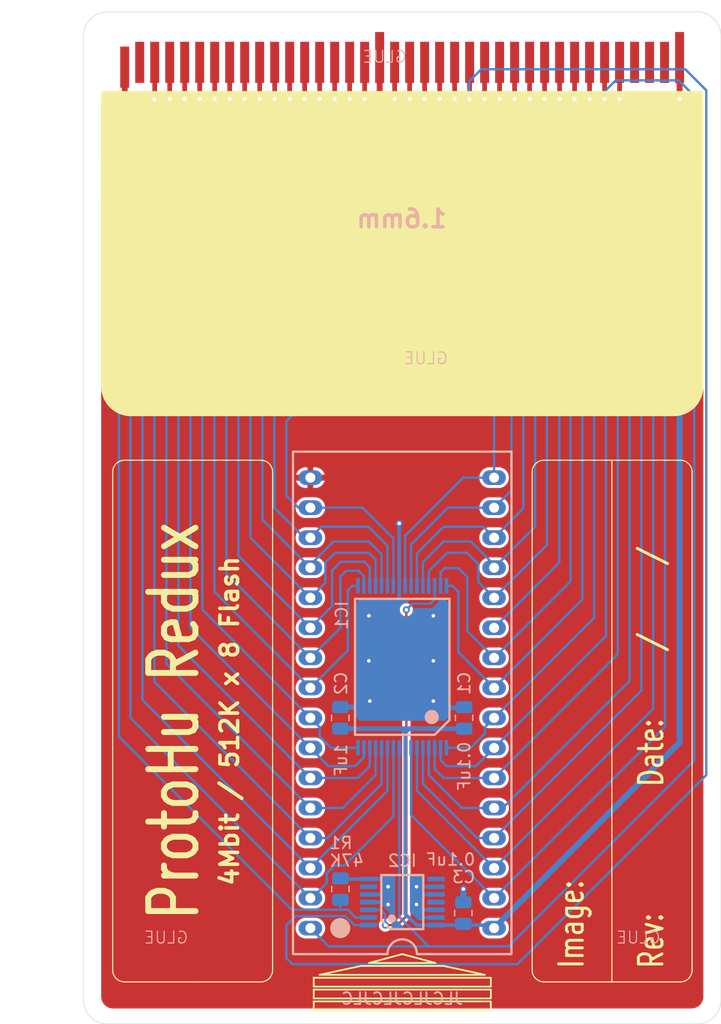
<source format=kicad_pcb>
(kicad_pcb (version 20221018) (generator pcbnew)
  (layers (0 "F.Cu" signal) (31 "B.Cu" signal) (34 "B.Paste" user) (35 "F.Paste" user) (36 "B.SilkS" user "B.Silkscreen") (37 "F.SilkS" user "F.Silkscreen") (38 "B.Mask" user) (39 "F.Mask" user) (44 "Edge.Cuts" user))
  (net 0 "")
  (net 1 "GND")
  (net 2 "VCC")
  (net 3 "Net-(IC1-A11)")
  (net 4 "Net-(IC1-A9)")
  (net 5 "Net-(IC1-A8)")
  (net 6 "Net-(IC1-A13)")
  (net 7 "Net-(IC1-A14)")
  (net 8 "Net-(IC1-A17)")
  (net 9 "Net-(IC1-~{WE})")
  (net 10 "Net-(IC1-A18)")
  (net 11 "Net-(IC1-A16)")
  (net 12 "Net-(IC1-A15)")
  (net 13 "Net-(IC1-A12)")
  (net 14 "Net-(IC1-A7)")
  (net 15 "Net-(IC1-A6)")
  (net 16 "Net-(IC1-A5)")
  (net 17 "Net-(IC1-A4)")
  (net 18 "Net-(IC1-A3)")
  (net 19 "Net-(IC1-A2)")
  (net 20 "Net-(IC1-A1)")
  (net 21 "Net-(IC1-A0)")
  (net 22 "Net-(IC1-DQ0)")
  (net 23 "Net-(IC1-DQ1)")
  (net 24 "Net-(IC1-DQ2)")
  (net 25 "Net-(IC1-DQ3)")
  (net 26 "Net-(IC1-DQ4)")
  (net 27 "Net-(IC1-DQ5)")
  (net 28 "Net-(IC1-DQ6)")
  (net 29 "Net-(IC1-DQ7)")
  (net 30 "FLASH_CE")
  (net 31 "Net-(IC1-A10)")
  (net 32 "Net-(IC1-~{OE})")
  (net 34 "A19")
  (net 35 "A20")
  (footprint "ProtoHu_revA_layer1:HUCARD-EDGE" (layer "F.Cu") (at 121.5136 62.2046)
    (fp_text reference "J1" hide)
    (fp_text value "HUCARD-EDGE")
  )
  (footprint "Resistor_SMD:R_0805_2012Metric" (layer "B.Cu") (at 143.256 136.398 90)
    (fp_text reference "R1")
    (fp_text value "47K")
  )
  (footprint "Resistor_SMD:R_0805_2012Metric" (layer "B.Cu") (at 153.67 138.43 90)
    (fp_text reference "C3")
    (fp_text value "0.1uF")
  )
  (footprint "Resistor_SMD:R_0805_2012Metric" (layer "B.Cu") (at 143.25 121.92 -90)
    (fp_text reference "C2")
    (fp_text value "1uF")
  )
  (footprint "ProtoHu_revA_layer1:SOP50P1400X120-32N" (layer "B.Cu") (at 148.495 117.6 90)
    (fp_text reference "IC1")
    (fp_text value "SST39SF040-45-4C-WHE-T")
  )
  (footprint "Resistor_SMD:R_0805_2012Metric" (layer "B.Cu") (at 153.7324 121.92 -90)
    (fp_text reference "C1")
    (fp_text value "0.1uF")
  )
  (footprint "ProtoHu_revA_layer1:DIP1556W56P254L4191H508Q32N" (layer "B.Cu") (at 148.495 120.65)
    (fp_text reference "J2" hide)
    (fp_text value "SST39SF040-70-4C-PHE")
  )
  (footprint "ProtoHu_revA_layer1:TSSOP-14_4.4x5mm_P0.65mm" (layer "B.Cu") (at 148.5 137.5)
    (fp_text reference "IC2")
    (fp_text value "74HC32")
  )
  (gr_rect (start 141 144.9) (end 156 145.65) (stroke (width 0.15)) (fill none) (layer "F.SilkS"))
  (gr_line (start 166.25 144.25) (end 172 144.25) (stroke (width 0.1)) (layer "F.SilkS"))
  (gr_line (start 159.5 143.25) (end 159.5 101.125) (stroke (width 0.1)) (layer "F.SilkS"))
  (gr_line (start 124.975 100.125) (end 130.725 100.125) (stroke (width 0.1)) (layer "F.SilkS"))
  (gr_arc (start 124.975 144.25) (mid 124.267893 143.957107) (end 123.975 143.25) (stroke (width 0.1)) (layer "F.SilkS"))
  (gr_arc (start 160.5 144.25) (mid 159.792893 143.957107) (end 159.5 143.25) (stroke (width 0.1)) (layer "F.SilkS"))
  (gr_rect (start 141 143.9) (end 156 144.65) (stroke (width 0.15)) (fill none) (layer "F.SilkS"))
  (gr_line (start 136.475 100.125) (end 130.725 100.125) (stroke (width 0.1)) (layer "F.SilkS"))
  (gr_rect (start 141 145.9) (end 156 146.65) (stroke (width 0.15)) (fill none) (layer "F.SilkS"))
  (gr_arc (start 137.517893 143.25) (mid 137.224997 143.957102) (end 136.517893 144.25) (stroke (width 0.1)) (layer "F.SilkS"))
  (gr_line (start 166.25 100.125) (end 166.25 144.25) (stroke (width 0.1)) (layer "F.SilkS"))
  (gr_arc (start 123.975 101.125) (mid 124.267893 100.417893) (end 124.975 100.125) (stroke (width 0.1)) (layer "F.SilkS"))
  (gr_poly (pts (xy 155.5 143.65) (xy 141.5 143.65) (xy 144.999999 142.9) (xy 152.000001 142.9)) (stroke (width 0.15)) (fill none) (layer "F.SilkS"))
  (gr_line (start 172 100.125) (end 166.25 100.125) (stroke (width 0.1)) (layer "F.SilkS"))
  (gr_arc (start 136.517893 100.125) (mid 137.224997 100.417894) (end 137.517893 101.125) (stroke (width 0.1)) (layer "F.SilkS"))
  (gr_arc (start 173.042893 143.25) (mid 172.75 143.957107) (end 172.042893 144.25) (stroke (width 0.1)) (layer "F.SilkS"))
  (gr_line (start 173.042893 143.25) (end 173.042893 101.125) (stroke (width 0.1)) (layer "F.SilkS"))
  (gr_line (start 160.5 100.125) (end 166.25 100.125) (stroke (width 0.1)) (layer "F.SilkS"))
  (gr_line (start 137.517893 143.25) (end 137.517893 101.125) (stroke (width 0.1)) (layer "F.SilkS"))
  (gr_arc (start 159.5 101.125) (mid 159.792893 100.417893) (end 160.5 100.125) (stroke (width 0.1)) (layer "F.SilkS"))
  (gr_arc (start 172.042893 100.125) (mid 172.75 100.417893) (end 173.042893 101.125) (stroke (width 0.1)) (layer "F.SilkS"))
  (gr_line (start 166.25 144.25) (end 160.5 144.25) (stroke (width 0.1)) (layer "F.SilkS"))
  (gr_line (start 130.725 144.25) (end 124.975 144.25) (stroke (width 0.1)) (layer "F.SilkS"))
  (gr_line (start 123.975 143.25) (end 123.975 101.125) (stroke (width 0.1)) (layer "F.SilkS"))
  (gr_poly (pts (xy 145.687501 142.65) (xy 151.312499 142.65) (xy 148.5 141.9)) (stroke (width 0.15)) (fill none) (layer "F.SilkS"))
  (gr_line (start 130.725 144.25) (end 136.475 144.25) (stroke (width 0.1)) (layer "F.SilkS"))
  (gr_line (start 175.4886 145.8026) (end 175.4886 64.2046) (stroke (width 0.05)) (layer "Edge.Cuts"))
  (gr_arc (start 123.5136 147.8026) (mid 122.099386 147.216814) (end 121.5136 145.8026) (stroke (width 0.05)) (layer "Edge.Cuts"))
  (gr_arc (start 121.5136 64.2046) (mid 122.099386 62.790386) (end 123.5136 62.2046) (stroke (width 0.05)) (layer "Edge.Cuts"))
  (gr_arc (start 175.4886 145.8026) (mid 174.902814 147.216814) (end 173.4886 147.8026) (stroke (width 0.05)) (layer "Edge.Cuts"))
  (gr_line (start 123.5136 147.8026) (end 173.4886 147.8026) (stroke (width 0.05)) (layer "Edge.Cuts"))
  (gr_line (start 121.5136 64.2046) (end 121.5136 145.8026) (stroke (width 0.05)) (layer "Edge.Cuts"))
  (gr_arc (start 173.4886 62.2046) (mid 174.902814 62.790386) (end 175.4886 64.2046) (stroke (width 0.05)) (layer "Edge.Cuts"))
  (gr_line (start 173.4886 62.2046) (end 123.5136 62.2046) (stroke (width 0.05)) (layer "Edge.Cuts"))
  (gr_text "GLUE" (at 147 66) (layer "B.SilkS") (effects (font (size 1 1) (thickness 0.1)) (justify mirror)))
  (gr_text "GLUE" (at 168.5 140.5) (layer "B.SilkS") (effects (font (size 1 1) (thickness 0.1)) (justify mirror)))
  (gr_text "GLUE" (at 150.5 91.5) (layer "B.SilkS") (effects (font (size 1 1) (thickness 0.1)) (justify mirror)))
  (gr_text "JLCJLCJLCJLC" (at 148.495 146.25) (layer "B.SilkS") (effects (font (size 1 1)) (justify bottom mirror)))
  (gr_text "GLUE" (at 128.5 140.5) (layer "B.SilkS") (effects (font (size 1 1) (thickness 0.1)) (justify mirror)))
  (gr_text "1.6mm" (at 148.45 79.7) (layer "B.SilkS") (effects (font (size 1.5 1.5) (thickness 0.3) bold) (justify mirror)))
  (gr_text "ProtoHu Redux" (at 131.5 122.1875 90) (layer "F.SilkS") (effects (font (size 4 3) (thickness 0.5) bold) (justify bottom)))
  (gr_text "Date:     /     /" (at 170.75 127.889 90) (layer "F.SilkS") (effects (font (size 2 1.5) (thickness 0.25) bold) (justify left bottom)))
  (gr_text "Rev:" (at 170.75 143.256 90) (layer "F.SilkS") (effects (font (size 2 1.5) (thickness 0.25) bold) (justify left bottom)))
  (gr_text "4Mbit / 512K x 8 Flash" (at 134.75 122.1875 90) (layer "F.SilkS") (effects (font (size 1.5 1.5) (thickness 0.3) bold) (justify bottom)))
  (gr_text "Image:" (at 164 143.25 90) (layer "F.SilkS") (effects (font (size 2 1.5) (thickness 0.25) bold) (justify left bottom)))
  (segment (start 144.018 101.6) (end 140.716 101.6) (width 0.5) (layer "F.Cu") (net 1))
  (segment (start 146.5834 99.0346) (end 144.018 101.6) (width 0.5) (layer "F.Cu") (net 1))
  (segment (start 124.9934 90.7934) (end 124.9934 66.8782) (width 0.5) (layer "F.Cu") (net 1))
  (segment (start 135.8 101.6) (end 124.9934 90.7934) (width 0.5) (layer "F.Cu") (net 1))
  (segment (start 146.5834 66.0654) (end 146.5834 99.0346) (width 0.5) (layer "F.Cu") (net 1))
  (segment (start 140.716 101.6) (end 135.8 101.6) (width 0.5) (layer "F.Cu") (net 1))
  (via (at 149.7 136.2) (size 0.6) (drill 0.3) (layers "F.Cu" "B.Cu") (net 1))
  (via (at 151.13 120.5) (size 0.6) (drill 0.3) (layers "F.Cu" "B.Cu") (net 1))
  (via (at 147.3 136.2) (size 0.6) (drill 0.3) (layers "F.Cu" "B.Cu") (net 1))
  (via (at 145.75 120.5) (size 0.6) (drill 0.3) (layers "F.Cu" "B.Cu") (net 1))
  (via (at 153.67 136.398) (size 0.6) (drill 0.3) (layers "F.Cu" "B.Cu") (net 1))
  (via (at 149.7 137.7) (size 0.6) (drill 0.3) (layers "F.Cu" "B.Cu") (net 1))
  (via (at 148.24 105.4706) (size 0.6) (drill 0.3) (layers "F.Cu" "B.Cu") (net 1))
  (via (at 151.13 117.094) (size 0.6) (drill 0.3) (layers "F.Cu" "B.Cu") (net 1))
  (via (at 151.13 113.284) (size 0.6) (drill 0.3) (layers "F.Cu" "B.Cu") (net 1))
  (via (at 145.669 117.094) (size 0.6) (drill 0.3) (layers "F.Cu" "B.Cu") (net 1))
  (via (at 147.3 137.7) (size 0.6) (drill 0.3) (layers "F.Cu" "B.Cu") (net 1))
  (via (at 145.669 113.284) (size 0.6) (drill 0.3) (layers "F.Cu" "B.Cu") (net 1))
  (segment (start 151.3625 138.15) (end 150.15 138.15) (width 0.3) (layer "B.Cu") (net 1))
  (segment (start 150.35 136.85) (end 149.7 136.2) (width 0.3) (layer "B.Cu") (net 1))
  (segment (start 149.286 115.25) (end 151.13 117.094) (width 0.3) (layer "B.Cu") (net 1))
  (segment (start 147.066 114.193) (end 148.123 115.25) (width 0.3) (layer "B.Cu") (net 1))
  (segment (start 145.75 120.5) (end 145.2425 121.0075) (width 0.4) (layer "B.Cu") (net 1))
  (segment (start 151.13 120.5) (end 150.599 120.5) (width 0.4) (layer "B.Cu") (net 1))
  (segment (start 147.32 136.652) (end 147.122 136.85) (width 0.3) (layer "B.Cu") (net 1))
  (segment (start 151.3625 136.85) (end 150.35 136.85) (width 0.3) (layer "B.Cu") (net 1))
  (segment (start 147.122 136.85) (end 145.6375 136.85) (width 0.3) (layer "B.Cu") (net 1))
  (segment (start 149.7 138.45) (end 149.7 137.7) (width 0.3) (layer "B.Cu") (net 1))
  (segment (start 143.3205 135.55) (end 143.256 135.4855) (width 0.3) (layer "B.Cu") (net 1))
  (segment (start 150.15 138.15) (end 149.7 137.7) (width 0.3) (layer "B.Cu") (net 1))
  (segment (start 151.3625 136.2) (end 149.7 136.2) (width 0.3) (layer "B.Cu") (net 1))
  (segment (start 150.599 120.5) (end 148.123 118.024) (width 0.4) (layer "B.Cu") (net 1))
  (segment (start 147.066 113.284) (end 145.669 113.284) (width 0.3) (layer "B.Cu") (net 1))
  (segment (start 153.3904 121.07) (end 153.7324 121.07) (width 0.3) (layer "B.Cu") (net 1))
  (segment (start 148.123 115.25) (end 148.123 116.332) (width 0.3) (layer "B.Cu") (net 1))
  (segment (start 147.1 137.5) (end 147.3 137.7) (width 0.3) (layer "B.Cu") (net 1))
  (segment (start 147.066 113.284) (end 147.066 114.193) (width 0.3) (layer "B.Cu") (net 1))
  (segment (start 148.24 105.4706) (end 148.24 112.11) (width 0.3) (layer "B.Cu") (net 1))
  (segment (start 145.75 120.5) (end 148.123 118.127) (width 0.4) (layer "B.Cu") (net 1))
  (segment (start 147.32 136.2) (end 147.32 136.652) (width 0.3) (layer "B.Cu") (net 1))
  (segment (start 148.123 116.332) (end 146.431 116.332) (width 0.3) (layer "B.Cu") (net 1))
  (segment (start 147.32 136.2) (end 147.32 135.72) (width 0.3) (layer "B.Cu") (net 1))
  (segment (start 148.123 118.024) (end 148.123 116.332) (width 0.4) (layer "B.Cu") (net 1))
  (segment (start 145.6375 137.5) (end 147.1 137.5) (width 0.3) (layer "B.Cu") (net 1))
  (segment (start 151.7 121.07) (end 153.3904 121.07) (width 0.4) (layer "B.Cu") (net 1))
  (segment (start 151.13 120.5) (end 151.7 121.07) (width 0.4) (layer "B.Cu") (net 1))
  (segment (start 153.67 137.5175) (end 153.67 136.398) (width 0.5) (layer "B.Cu") (net 1))
  (segment (start 145.2425 121.0075) (end 143.25 121.0075) (width 0.4) (layer "B.Cu") (net 1))
  (segment (start 146.431 116.332) (end 145.669 117.094) (width 0.3) (layer "B.Cu") (net 1))
  (segment (start 147.15 135.55) (end 145.6375 135.55) (width 0.3) (layer "B.Cu") (net 1))
  (segment (start 151.3625 138.8) (end 150.05 138.8) (width 0.3) (layer "B.Cu") (net 1))
  (segment (start 148.123 118.127) (end 148.123 116.332) (width 0.4) (layer "B.Cu") (net 1))
  (segment (start 147.32 135.72) (end 147.15 135.55) (width 0.3) (layer "B.Cu") (net 1))
  (segment (start 150.05 138.8) (end 149.7 138.45) (width 0.3) (layer "B.Cu") (net 1))
  (segment (start 148.123 115.25) (end 149.286 115.25) (width 0.3) (layer "B.Cu") (net 1))
  (segment (start 148.24 112.11) (end 147.066 113.284) (width 0.3) (layer "B.Cu") (net 1))
  (segment (start 145.6375 135.55) (end 143.3205 135.55) (width 0.3) (layer "B.Cu") (net 1))
  (segment (start 171.9834 69.5706) (end 171.9834 66.0654) (width 0.5) (layer "F.Cu") (net 2))
  (via (at 171.9834 69.5706) (size 0.7564) (drill 0.35) (layers "F.Cu" "B.Cu") (net 2))
  (segment (start 148.745 123.21) (end 149.1225 122.8325) (width 0.3) (layer "B.Cu") (net 2))
  (segment (start 156.025 139.446) (end 156.279 139.7) (width 0.3) (layer "B.Cu") (net 2))
  (segment (start 148.1625 122.8325) (end 149.5 122.8325) (width 0.4) (layer "B.Cu") (net 2))
  (segment (start 148.1625 122.8325) (end 143.25 122.8325) (width 0.4) (layer "B.Cu") (net 2))
  (segment (start 149.7 139.45) (end 151.3625 139.45) (width 0.3) (layer "B.Cu") (net 2))
  (segment (start 156.279 139.7) (end 171.9834 123.9956) (width 0.5) (layer "B.Cu") (net 2))
  (segment (start 171.9834 123.9956) (end 171.9834 69.5706) (width 0.5) (layer "B.Cu") (net 2))
  (segment (start 148.745 123.205) (end 148.745 123.415) (width 0.3) (layer "B.Cu") (net 2))
  (segment (start 153.7735 139.446) (end 156.025 139.446) (width 0.3) (layer "B.Cu") (net 2))
  (segment (start 148.745 123.415) (end 148.745 124.26092) (width 0.3) (layer "B.Cu") (net 2))
  (segment (start 153.67 139.3425) (end 153.7735 139.446) (width 0.3) (layer "B.Cu") (net 2))
  (segment (start 148.745 138.495) (end 149.7 139.45) (width 0.3) (layer "B.Cu") (net 2))
  (segment (start 151.3625 139.45) (end 153.5625 139.45) (width 0.3) (layer "B.Cu") (net 2))
  (segment (start 149.1225 122.8325) (end 149.5 122.8325) (width 0.3) (layer "B.Cu") (net 2))
  (segment (start 148.745 123.415) (end 148.745 123.21) (width 0.3) (layer "B.Cu") (net 2))
  (segment (start 148.1625 122.8325) (end 148.3725 122.8325) (width 0.3) (layer "B.Cu") (net 2))
  (segment (start 153.5625 139.45) (end 153.67 139.3425) (width 0.3) (layer "B.Cu") (net 2))
  (segment (start 148.745 124.45) (end 148.745 138.495) (width 0.3) (layer "B.Cu") (net 2))
  (segment (start 149.5 122.8325) (end 153.7324 122.8325) (width 0.4) (layer "B.Cu") (net 2))
  (segment (start 148.3725 122.8325) (end 148.745 123.205) (width 0.3) (layer "B.Cu") (net 2))
  (segment (start 158.0134 69.5706) (end 158.0134 66.4718) (width 0.4) (layer "F.Cu") (net 3))
  (via (at 158.0134 69.5706) (size 0.7564) (drill 0.35) (layers "F.Cu" "B.Cu") (net 3))
  (segment (start 164.75 113.449) (end 164.75 81.75) (width 0.2) (layer "B.Cu") (net 3))
  (segment (start 154.3 124.45) (end 155.5 123.25) (width 0.2) (layer "B.Cu") (net 3))
  (segment (start 155.5 122.699) (end 164.75 113.449) (width 0.2) (layer "B.Cu") (net 3))
  (segment (start 152.245 124.45) (end 154.3 124.45) (width 0.2) (layer "B.Cu") (net 3))
  (segment (start 158.0134 75.0134) (end 158.0134 69.5706) (width 0.2) (layer "B.Cu") (net 3))
  (segment (start 155.5 123.25) (end 155.5 122.699) (width 0.2) (layer "B.Cu") (net 3))
  (segment (start 164.75 81.75) (end 158.0134 75.0134) (width 0.2) (layer "B.Cu") (net 3))
  (segment (start 159.2834 69.5706) (end 159.2834 66.4718) (width 0.4) (layer "F.Cu") (net 4))
  (via (at 159.2834 69.5706) (size 0.7564) (drill 0.35) (layers "F.Cu" "B.Cu") (net 4))
  (segment (start 165.75 114.989) (end 165.75 80.75) (width 0.2) (layer "B.Cu") (net 4))
  (segment (start 151.745 124.45) (end 151.745 125.495) (width 0.2) (layer "B.Cu") (net 4))
  (segment (start 159.258 74.258) (end 159.258 69.596) (width 0.2) (layer "B.Cu") (net 4))
  (segment (start 154.739 126) (end 165.75 114.989) (width 0.2) (layer "B.Cu") (net 4))
  (segment (start 165.75 80.75) (end 159.258 74.258) (width 0.2) (layer "B.Cu") (net 4))
  (segment (start 151.745 125.495) (end 152.25 126) (width 0.2) (layer "B.Cu") (net 4))
  (segment (start 152.25 126) (end 154.739 126) (width 0.2) (layer "B.Cu") (net 4))
  (segment (start 159.258 69.596) (end 159.2834 69.5706) (width 0.2) (layer "B.Cu") (net 4))
  (segment (start 160.5534 69.5706) (end 160.5534 66.4718) (width 0.4) (layer "F.Cu") (net 5))
  (via (at 160.5534 69.5706) (size 0.7564) (drill 0.35) (layers "F.Cu" "B.Cu") (net 5))
  (segment (start 152 127) (end 156.279 127) (width 0.2) (layer "B.Cu") (net 5))
  (segment (start 151.245 124.45) (end 151.245 126.245) (width 0.2) (layer "B.Cu") (net 5))
  (segment (start 156.279 127) (end 166.75 116.529) (width 0.2) (layer "B.Cu") (net 5))
  (segment (start 160.4518 73.4518) (end 160.4518 69.6722) (width 0.2) (layer "B.Cu") (net 5))
  (segment (start 160.4518 69.6722) (end 160.5534 69.5706) (width 0.2) (layer "B.Cu") (net 5))
  (segment (start 151.245 126.245) (end 152 127) (width 0.2) (layer "B.Cu") (net 5))
  (segment (start 166.75 116.529) (end 166.75 79.75) (width 0.2) (layer "B.Cu") (net 5))
  (segment (start 166.75 79.75) (end 160.4518 73.4518) (width 0.2) (layer "B.Cu") (net 5))
  (segment (start 161.8234 69.5706) (end 161.8234 66.4718) (width 0.4) (layer "F.Cu") (net 6))
  (via (at 161.8234 69.5706) (size 0.7564) (drill 0.35) (layers "F.Cu" "B.Cu") (net 6))
  (segment (start 167.75 78.75) (end 161.8234 72.8234) (width 0.2) (layer "B.Cu") (net 6))
  (segment (start 153.54 129.54) (end 150.745 126.745) (width 0.2) (layer "B.Cu") (net 6))
  (segment (start 161.8234 72.8234) (end 161.8234 69.5706) (width 0.2) (layer "B.Cu") (net 6))
  (segment (start 156.6926 129.54) (end 157.009 129.54) (width 0.2) (layer "B.Cu") (net 6))
  (segment (start 157.009 129.54) (end 153.54 129.54) (width 0.2) (layer "B.Cu") (net 6))
  (segment (start 150.745 126.745) (end 150.745 124.45) (width 0.2) (layer "B.Cu") (net 6))
  (segment (start 167.75 118.799) (end 167.75 78.75) (width 0.2) (layer "B.Cu") (net 6))
  (segment (start 157.009 129.54) (end 167.75 118.799) (width 0.2) (layer "B.Cu") (net 6))
  (segment (start 163.0934 69.5706) (end 163.0934 66.4718) (width 0.4) (layer "F.Cu") (net 7))
  (via (at 163.0934 69.5706) (size 0.7564) (drill 0.35) (layers "F.Cu" "B.Cu") (net 7))
  (segment (start 154.83 132.08) (end 156.274 132.08) (width 0.2) (layer "B.Cu") (net 7))
  (segment (start 168.75 119.604) (end 168.75 77.75) (width 0.2) (layer "B.Cu") (net 7))
  (segment (start 150.245 124.45) (end 150.245 127.495) (width 0.2) (layer "B.Cu") (net 7))
  (segment (start 168.75 77.75) (end 163.0934 72.0934) (width 0.2) (layer "B.Cu") (net 7))
  (segment (start 156.274 132.08) (end 168.75 119.604) (width 0.2) (layer "B.Cu") (net 7))
  (segment (start 163.0934 72.0934) (end 163.0934 69.5706) (width 0.2) (layer "B.Cu") (net 7))
  (segment (start 150.245 127.495) (end 154.83 132.08) (width 0.2) (layer "B.Cu") (net 7))
  (segment (start 164.3634 69.5706) (end 164.3634 66.4718) (width 0.4) (layer "F.Cu") (net 8))
  (via (at 164.3634 69.5706) (size 0.7564) (drill 0.35) (layers "F.Cu" "B.Cu") (net 8))
  (segment (start 169.75 76.75) (end 164.3634 71.3634) (width 0.2) (layer "B.Cu") (net 8))
  (segment (start 164.3634 71.3634) (end 164.3634 69.5706) (width 0.2) (layer "B.Cu") (net 8))
  (segment (start 149.745 124.45) (end 149.745 128.091) (width 0.2) (layer "B.Cu") (net 8))
  (segment (start 149.745 128.091) (end 156.274 134.62) (width 0.2) (layer "B.Cu") (net 8))
  (segment (start 156.274 134.62) (end 169.75 121.144) (width 0.2) (layer "B.Cu") (net 8))
  (segment (start 169.75 121.144) (end 169.75 76.75) (width 0.2) (layer "B.Cu") (net 8))
  (segment (start 166.9034 69.5706) (end 166.9034 66.4718) (width 0.4) (layer "F.Cu") (net 9))
  (via (at 166.9034 69.5706) (size 0.7564) (drill 0.35) (layers "F.Cu" "B.Cu") (net 9))
  (segment (start 170.75 122.684) (end 170.75 75.75) (width 0.2) (layer "B.Cu") (net 9))
  (segment (start 156.274 137.16) (end 170.75 122.684) (width 0.2) (layer "B.Cu") (net 9))
  (segment (start 156.274 137.16) (end 149.245 130.131) (width 0.2) (layer "B.Cu") (net 9))
  (segment (start 170.75 75.75) (end 166.9034 71.9034) (width 0.2) (layer "B.Cu") (net 9))
  (segment (start 149.245 130.131) (end 149.245 124.45) (width 0.2) (layer "B.Cu") (net 9))
  (segment (start 166.9034 71.9034) (end 166.9034 69.5706) (width 0.2) (layer "B.Cu") (net 9))
  (segment (start 165.6334 69.5706) (end 165.6334 66.4718) (width 0.4) (layer "F.Cu") (net 10))
  (via (at 165.6334 69.5706) (size 0.7564) (drill 0.35) (layers "F.Cu" "B.Cu") (net 10))
  (segment (start 173.228 125.522) (end 157.5 141.25) (width 0.2) (layer "B.Cu") (net 10))
  (segment (start 165.6334 68.9356) (end 166.5732 67.9958) (width 0.2) (layer "B.Cu") (net 10))
  (segment (start 166.5732 67.9958) (end 171.9072 67.9958) (width 0.2) (layer "B.Cu") (net 10))
  (segment (start 157.5 141.25) (end 150.5 141.25) (width 0.2) (layer "B.Cu") (net 10))
  (segment (start 173.228 69.3166) (end 173.228 125.522) (width 0.2) (layer "B.Cu") (net 10))
  (segment (start 171.9072 67.9958) (end 173.228 69.3166) (width 0.2) (layer "B.Cu") (net 10))
  (segment (start 150.25 141.25) (end 142.271 141.25) (width 0.2) (layer "B.Cu") (net 10))
  (segment (start 140.721 139.7) (end 140.721 139.192) (width 0.2) (layer "B.Cu") (net 10))
  (segment (start 150.5 141.25) (end 150.25 141.25) (width 0.2) (layer "B.Cu") (net 10))
  (segment (start 150.5 141.1) (end 150.35 141.25) (width 0.2) (layer "B.Cu") (net 10))
  (segment (start 148.245 124.45) (end 148.245 138.745) (width 0.2) (layer "B.Cu") (net 10))
  (segment (start 150.35 141.25) (end 150.25 141.25) (width 0.2) (layer "B.Cu") (net 10))
  (segment (start 165.6334 69.5706) (end 165.6334 68.9356) (width 0.2) (layer "B.Cu") (net 10))
  (segment (start 142.271 141.25) (end 140.721 139.7) (width 0.2) (layer "B.Cu") (net 10))
  (segment (start 150.5 141) (end 150.75 141.25) (width 0.2) (layer "B.Cu") (net 10))
  (segment (start 150.5 141) (end 150.5 141.1) (width 0.2) (layer "B.Cu") (net 10))
  (segment (start 148.245 138.745) (end 150.5 141) (width 0.2) (layer "B.Cu") (net 10))
  (segment (start 128.8034 69.5706) (end 128.8034 66.4718) (width 0.4) (layer "F.Cu") (net 11))
  (via (at 128.8034 69.5706) (size 0.7564) (drill 0.35) (layers "F.Cu" "B.Cu") (net 11))
  (segment (start 147.745 130.255) (end 143.6 134.4) (width 0.2) (layer "B.Cu") (net 11))
  (segment (start 140.84 137.16) (end 140.716 137.16) (width 0.2) (layer "B.Cu") (net 11))
  (segment (start 142.1 135.059249) (end 142.1 135.9) (width 0.2) (layer "B.Cu") (net 11))
  (segment (start 147.745 124.45) (end 147.745 130.255) (width 0.2) (layer "B.Cu") (net 11))
  (segment (start 140.716 137.16) (end 125.476 121.92) (width 0.2) (layer "B.Cu") (net 11))
  (segment (start 128.8034 77.6966) (end 128.8034 69.5706) (width 0.2) (layer "B.Cu") (net 11))
  (segment (start 143.6 134.4) (end 142.759249 134.4) (width 0.2) (layer "B.Cu") (net 11))
  (segment (start 142.1 135.9) (end 140.84 137.16) (width 0.2) (layer "B.Cu") (net 11))
  (segment (start 125.476 81.024) (end 128.8034 77.6966) (width 0.2) (layer "B.Cu") (net 11))
  (segment (start 142.759249 134.4) (end 142.1 135.059249) (width 0.2) (layer "B.Cu") (net 11))
  (segment (start 125.476 121.92) (end 125.476 81.024) (width 0.2) (layer "B.Cu") (net 11))
  (segment (start 130.0734 66.4718) (end 130.0734 69.5706) (width 0.4) (layer "F.Cu") (net 12))
  (via (at 130.0734 69.5706) (size 0.7564) (drill 0.35) (layers "F.Cu" "B.Cu") (net 12))
  (segment (start 147.245 124.45) (end 147.245 128.091) (width 0.2) (layer "B.Cu") (net 12))
  (segment (start 126.492 120.396) (end 126.492 82.008) (width 0.2) (layer "B.Cu") (net 12))
  (segment (start 126.492 82.008) (end 130.0734 78.4266) (width 0.2) (layer "B.Cu") (net 12))
  (segment (start 140.716 134.62) (end 126.492 120.396) (width 0.2) (layer "B.Cu") (net 12))
  (segment (start 147.245 128.091) (end 140.716 134.62) (width 0.2) (layer "B.Cu") (net 12))
  (segment (start 130.0734 78.4266) (end 130.0734 69.5706) (width 0.2) (layer "B.Cu") (net 12))
  (segment (start 131.3434 69.5706) (end 131.3434 66.4718) (width 0.4) (layer "F.Cu") (net 13))
  (via (at 131.3434 69.5706) (size 0.7564) (drill 0.35) (layers "F.Cu" "B.Cu") (net 13))
  (segment (start 146.745 127.505) (end 142.17 132.08) (width 0.2) (layer "B.Cu") (net 13))
  (segment (start 142.17 132.08) (end 140.716 132.08) (width 0.2) (layer "B.Cu") (net 13))
  (segment (start 127.508 118.872) (end 127.508 82.992) (width 0.2) (layer "B.Cu") (net 13))
  (segment (start 131.3434 79.1566) (end 131.3434 69.5706) (width 0.2) (layer "B.Cu") (net 13))
  (segment (start 140.716 132.08) (end 127.508 118.872) (width 0.2) (layer "B.Cu") (net 13))
  (segment (start 127.508 82.992) (end 131.3434 79.1566) (width 0.2) (layer "B.Cu") (net 13))
  (segment (start 146.745 124.45) (end 146.745 127.505) (width 0.2) (layer "B.Cu") (net 13))
  (segment (start 132.6134 69.5706) (end 132.6134 66.4718) (width 0.4) (layer "F.Cu") (net 14))
  (via (at 132.6134 69.5706) (size 0.7564) (drill 0.35) (layers "F.Cu" "B.Cu") (net 14))
  (segment (start 146.245 126.755) (end 143.46 129.54) (width 0.2) (layer "B.Cu") (net 14))
  (segment (start 146.245 124.45) (end 146.245 126.755) (width 0.2) (layer "B.Cu") (net 14))
  (segment (start 128.524 117.348) (end 128.524 83.976) (width 0.2) (layer "B.Cu") (net 14))
  (segment (start 128.524 83.976) (end 132.6134 79.8866) (width 0.2) (layer "B.Cu") (net 14))
  (segment (start 140.716 129.54) (end 128.524 117.348) (width 0.2) (layer "B.Cu") (net 14))
  (segment (start 143.46 129.54) (end 140.716 129.54) (width 0.2) (layer "B.Cu") (net 14))
  (segment (start 132.6134 79.8866) (end 132.6134 69.5706) (width 0.2) (layer "B.Cu") (net 14))
  (segment (start 133.8834 69.5706) (end 133.8834 66.4718) (width 0.4) (layer "F.Cu") (net 15))
  (via (at 133.8834 69.5706) (size 0.7564) (drill 0.35) (layers "F.Cu" "B.Cu") (net 15))
  (segment (start 140.721 127) (end 140.372 127) (width 0.2) (layer "B.Cu") (net 15))
  (segment (start 133.8834 80.6166) (end 133.8834 69.5706) (width 0.2) (layer "B.Cu") (net 15))
  (segment (start 129.54 115.819) (end 129.54 84.96) (width 0.2) (layer "B.Cu") (net 15))
  (segment (start 129.54 84.96) (end 133.8834 80.6166) (width 0.2) (layer "B.Cu") (net 15))
  (segment (start 140.721 127) (end 129.54 115.819) (width 0.2) (layer "B.Cu") (net 15))
  (segment (start 145.745 126.005) (end 145.745 124.45) (width 0.2) (layer "B.Cu") (net 15))
  (segment (start 144.75 127) (end 145.745 126.005) (width 0.2) (layer "B.Cu") (net 15))
  (segment (start 140.721 127) (end 144.75 127) (width 0.2) (layer "B.Cu") (net 15))
  (segment (start 135.1534 69.5706) (end 135.1534 66.4718) (width 0.4) (layer "F.Cu") (net 16))
  (via (at 135.1534 69.5706) (size 0.7564) (drill 0.35) (layers "F.Cu" "B.Cu") (net 16))
  (segment (start 145.245 124.45) (end 145.245 125.255) (width 0.2) (layer "B.Cu") (net 16))
  (segment (start 145.245 125.255) (end 144.5 126) (width 0.2) (layer "B.Cu") (net 16))
  (segment (start 130.556 114.295) (end 130.556 85.944) (width 0.2) (layer "B.Cu") (net 16))
  (segment (start 130.556 85.944) (end 135.1534 81.3466) (width 0.2) (layer "B.Cu") (net 16))
  (segment (start 142.261 126) (end 130.556 114.295) (width 0.2) (layer "B.Cu") (net 16))
  (segment (start 135.1534 81.3466) (end 135.1534 69.5706) (width 0.2) (layer "B.Cu") (net 16))
  (segment (start 144.5 126) (end 142.261 126) (width 0.2) (layer "B.Cu") (net 16))
  (segment (start 136.4234 69.5706) (end 136.4234 66.4718) (width 0.4) (layer "F.Cu") (net 17))
  (via (at 136.4234 69.5706) (size 0.7564) (drill 0.35) (layers "F.Cu" "B.Cu") (net 17))
  (segment (start 136.4234 82.0766) (end 136.4234 69.5706) (width 0.2) (layer "B.Cu") (net 17))
  (segment (start 141.5 122.699) (end 131.572 112.771) (width 0.2) (layer "B.Cu") (net 17))
  (segment (start 131.572 112.771) (end 131.572 86.928) (width 0.2) (layer "B.Cu") (net 17))
  (segment (start 131.572 86.928) (end 136.4234 82.0766) (width 0.2) (layer "B.Cu") (net 17))
  (segment (start 142.45 124.45) (end 141.5 123.5) (width 0.2) (layer "B.Cu") (net 17))
  (segment (start 144.745 124.45) (end 142.45 124.45) (width 0.2) (layer "B.Cu") (net 17))
  (segment (start 141.5 123.5) (end 141.5 122.699) (width 0.2) (layer "B.Cu") (net 17))
  (segment (start 137.6934 69.5706) (end 137.6934 66.4718) (width 0.4) (layer "F.Cu") (net 18))
  (via (at 137.6934 69.5706) (size 0.7564) (drill 0.35) (layers "F.Cu" "B.Cu") (net 18))
  (segment (start 132.588 111.247) (end 140.721 119.38) (width 0.2) (layer "B.Cu") (net 18))
  (segment (start 132.588 88.204) (end 132.588 111.247) (width 0.2) (layer "B.Cu") (net 18))
  (segment (start 137.6934 83.0986) (end 132.588 88.204) (width 0.2) (layer "B.Cu") (net 18))
  (segment (start 143.891 116.21) (end 143.891 111.125) (width 0.2) (layer "B.Cu") (net 18))
  (segment (start 137.6934 69.5706) (end 137.6934 83.0986) (width 0.2) (layer "B.Cu") (net 18))
  (segment (start 143.891 111.125) (end 144.266 110.75) (width 0.2) (layer "B.Cu") (net 18))
  (segment (start 144.266 110.75) (end 144.745 110.75) (width 0.2) (layer "B.Cu") (net 18))
  (segment (start 140.721 119.38) (end 143.891 116.21) (width 0.2) (layer "B.Cu") (net 18))
  (segment (start 138.9634 69.5706) (end 138.9634 66.4718) (width 0.4) (layer "F.Cu") (net 19))
  (via (at 138.9634 69.5706) (size 0.7564) (drill 0.35) (layers "F.Cu" "B.Cu") (net 19))
  (segment (start 143.256 109.982) (end 143.764 109.474) (width 0.2) (layer "B.Cu") (net 19))
  (segment (start 138.9634 84.0366) (end 133.604 89.396) (width 0.2) (layer "B.Cu") (net 19))
  (segment (start 138.9634 69.5706) (end 138.9634 84.0366) (width 0.2) (layer "B.Cu") (net 19))
  (segment (start 143.256 114.305) (end 143.256 109.982) (width 0.2) (layer "B.Cu") (net 19))
  (segment (start 133.604 89.396) (end 133.604 109.723) (width 0.2) (layer "B.Cu") (net 19))
  (segment (start 143.764 109.474) (end 144.78 109.474) (width 0.2) (layer "B.Cu") (net 19))
  (segment (start 144.78 109.474) (end 145.245 109.939) (width 0.2) (layer "B.Cu") (net 19))
  (segment (start 133.604 109.723) (end 140.721 116.84) (width 0.2) (layer "B.Cu") (net 19))
  (segment (start 145.245 109.939) (end 145.245 110.75) (width 0.2) (layer "B.Cu") (net 19))
  (segment (start 140.721 116.84) (end 143.256 114.305) (width 0.2) (layer "B.Cu") (net 19))
  (segment (start 140.2334 69.5706) (end 140.2334 66.4718) (width 0.4) (layer "F.Cu") (net 20))
  (via (at 140.2334 69.5706) (size 0.7564) (drill 0.35) (layers "F.Cu" "B.Cu") (net 20))
  (segment (start 134.62 90.88) (end 134.62 108.199) (width 0.2) (layer "B.Cu") (net 20))
  (segment (start 145.745 109.169) (end 145.745 110.75) (width 0.2) (layer "B.Cu") (net 20))
  (segment (start 134.62 108.199) (end 140.721 114.3) (width 0.2) (layer "B.Cu") (net 20))
  (segment (start 145.288 108.712) (end 145.745 109.169) (width 0.2) (layer "B.Cu") (net 20))
  (segment (start 140.2334 85.2666) (end 134.62 90.88) (width 0.2) (layer "B.Cu") (net 20))
  (segment (start 142.5564 112.4646) (end 142.5564 109.4428) (width 0.2) (layer "B.Cu") (net 20))
  (segment (start 140.721 114.3) (end 142.5564 112.4646) (width 0.2) (layer "B.Cu") (net 20))
  (segment (start 142.5564 109.4428) (end 143.2872 108.712) (width 0.2) (layer "B.Cu") (net 20))
  (segment (start 143.2872 108.712) (end 145.288 108.712) (width 0.2) (layer "B.Cu") (net 20))
  (segment (start 140.2334 69.5706) (end 140.2334 85.2666) (width 0.2) (layer "B.Cu") (net 20))
  (segment (start 141.5034 69.5706) (end 141.5034 66.4718) (width 0.4) (layer "F.Cu") (net 21))
  (via (at 141.5034 69.5706) (size 0.7564) (drill 0.35) (layers "F.Cu" "B.Cu") (net 21))
  (segment (start 140.721 111.76) (end 141.986 110.495) (width 0.2) (layer "B.Cu") (net 21))
  (segment (start 141.986 108.7744) (end 142.8104 107.95) (width 0.2) (layer "B.Cu") (net 21))
  (segment (start 141.986 110.495) (end 141.986 108.7744) (width 0.2) (layer "B.Cu") (net 21))
  (segment (start 142.8104 107.95) (end 145.6552 107.95) (width 0.2) (layer "B.Cu") (net 21))
  (segment (start 141.5034 86.4966) (end 135.636 92.364) (width 0.2) (layer "B.Cu") (net 21))
  (segment (start 141.5034 69.5706) (end 141.5034 86.4966) (width 0.2) (layer "B.Cu") (net 21))
  (segment (start 146.245 108.5398) (end 146.245 110.75) (width 0.2) (layer "B.Cu") (net 21))
  (segment (start 145.6552 107.95) (end 146.245 108.5398) (width 0.2) (layer "B.Cu") (net 21))
  (segment (start 135.636 106.675) (end 140.721 111.76) (width 0.2) (layer "B.Cu") (net 21))
  (segment (start 135.636 92.364) (end 135.636 106.675) (width 0.2) (layer "B.Cu") (net 21))
  (segment (start 142.7734 69.5706) (end 142.7734 66.4718) (width 0.4) (layer "F.Cu") (net 22))
  (via (at 142.7734 69.5706) (size 0.7564) (drill 0.35) (layers "F.Cu" "B.Cu") (net 22))
  (segment (start 136.652 105.151) (end 140.721 109.22) (width 0.2) (layer "B.Cu") (net 22))
  (segment (start 142.682 107) (end 145.6704 107) (width 0.2) (layer "B.Cu") (net 22))
  (segment (start 140.721 108.961) (end 142.682 107) (width 0.2) (layer "B.Cu") (net 22))
  (segment (start 136.652 93.704) (end 136.652 105.151) (width 0.2) (layer "B.Cu") (net 22))
  (segment (start 142.8242 87.5318) (end 136.652 93.704) (width 0.2) (layer "B.Cu") (net 22))
  (segment (start 142.8242 69.6214) (end 142.8242 87.5318) (width 0.2) (layer "B.Cu") (net 22))
  (segment (start 145.6704 107) (end 146.745 108.0746) (width 0.2) (layer "B.Cu") (net 22))
  (segment (start 142.7734 69.5706) (end 142.8242 69.6214) (width 0.2) (layer "B.Cu") (net 22))
  (segment (start 140.721 109.22) (end 140.721 108.961) (width 0.2) (layer "B.Cu") (net 22))
  (segment (start 146.745 108.0746) (end 146.745 110.75) (width 0.2) (layer "B.Cu") (net 22))
  (segment (start 144.0434 69.5706) (end 144.0434 66.4718) (width 0.4) (layer "F.Cu") (net 23))
  (via (at 144.0434 69.5706) (size 0.7564) (drill 0.35) (layers "F.Cu" "B.Cu") (net 23))
  (segment (start 144.0688 88.9312) (end 137.668 95.332) (width 0.2) (layer "B.Cu") (net 23))
  (segment (start 140.208 106.68) (end 140.716 106.68) (width 0.2) (layer "B.Cu") (net 23))
  (segment (start 144.0434 69.5706) (end 144.0688 69.596) (width 0.2) (layer "B.Cu") (net 23))
  (segment (start 145.6396 105.75) (end 147.245 107.3554) (width 0.2) (layer "B.Cu") (net 23))
  (segment (start 147.245 107.3554) (end 147.245 110.75) (width 0.2) (layer "B.Cu") (net 23))
  (segment (start 140.716 106.68) (end 141.646 105.75) (width 0.2) (layer "B.Cu") (net 23))
  (segment (start 137.668 95.332) (end 137.668 104.14) (width 0.2) (layer "B.Cu") (net 23))
  (segment (start 144.0688 69.596) (end 144.0688 88.9312) (width 0.2) (layer "B.Cu") (net 23))
  (segment (start 141.646 105.75) (end 145.6396 105.75) (width 0.2) (layer "B.Cu") (net 23))
  (segment (start 137.668 104.14) (end 140.208 106.68) (width 0.2) (layer "B.Cu") (net 23))
  (segment (start 145.3134 69.5706) (end 145.3134 66.4718) (width 0.4) (layer "F.Cu") (net 24))
  (via (at 145.3134 69.5706) (size 0.7564) (drill 0.35) (layers "F.Cu" "B.Cu") (net 24))
  (segment (start 147.745 106.745) (end 147.745 110.75) (width 0.2) (layer "B.Cu") (net 24))
  (segment (start 139.7 104.14) (end 138.684 103.124) (width 0.2) (layer "B.Cu") (net 24))
  (segment (start 140.721 104.14) (end 145.14 104.14) (width 0.2) (layer "B.Cu") (net 24))
  (segment (start 145.14 104.14) (end 147.745 106.745) (width 0.2) (layer "B.Cu") (net 24))
  (segment (start 140.721 104.14) (end 139.7 104.14) (width 0.2) (layer "B.Cu") (net 24))
  (segment (start 138.684 96.816) (end 145.3134 90.1866) (width 0.2) (layer "B.Cu") (net 24))
  (segment (start 145.3134 90.1866) (end 145.3134 69.5706) (width 0.2) (layer "B.Cu") (net 24))
  (segment (start 138.684 103.124) (end 138.684 96.816) (width 0.2) (layer "B.Cu") (net 24))
  (segment (start 140.721 104.14) (end 140.721 104.1334) (width 0.2) (layer "B.Cu") (net 24))
  (segment (start 147.8534 69.5706) (end 147.8534 66.4718) (width 0.4) (layer "F.Cu") (net 25))
  (via (at 147.8534 69.5706) (size 0.7564) (drill 0.35) (layers "F.Cu" "B.Cu") (net 25))
  (segment (start 156.274 101.6) (end 156.274 89.274) (width 0.2) (layer "B.Cu") (net 25))
  (segment (start 156.274 89.274) (end 147.8534 80.8534) (width 0.2) (layer "B.Cu") (net 25))
  (segment (start 148.745 106.513) (end 148.745 110.75) (width 0.2) (layer "B.Cu") (net 25))
  (segment (start 153.658 101.6) (end 148.745 106.513) (width 0.2) (layer "B.Cu") (net 25))
  (segment (start 156.279 101.6) (end 156.274 101.6) (width 0.2) (layer "B.Cu") (net 25))
  (segment (start 147.8534 80.8534) (end 147.8534 69.5706) (width 0.2) (layer "B.Cu") (net 25))
  (segment (start 156.274 101.6) (end 153.658 101.6) (width 0.2) (layer "B.Cu") (net 25))
  (segment (start 149.1234 69.5706) (end 149.1234 66.4718) (width 0.4) (layer "F.Cu") (net 26))
  (via (at 149.1234 69.5706) (size 0.7564) (drill 0.35) (layers "F.Cu" "B.Cu") (net 26))
  (segment (start 157.75 88.75) (end 157.75 102.669) (width 0.2) (layer "B.Cu") (net 26))
  (segment (start 149.245 107.255) (end 149.245 110.75) (width 0.2) (layer "B.Cu") (net 26))
  (segment (start 152.36 104.14) (end 149.245 107.255) (width 0.2) (layer "B.Cu") (net 26))
  (segment (start 156.279 104.14) (end 152.36 104.14) (width 0.2) (layer "B.Cu") (net 26))
  (segment (start 149.1234 69.5706) (end 149.1234 80.1234) (width 0.2) (layer "B.Cu") (net 26))
  (segment (start 157.75 102.669) (end 156.279 104.14) (width 0.2) (layer "B.Cu") (net 26))
  (segment (start 149.1234 80.1234) (end 157.75 88.75) (width 0.2) (layer "B.Cu") (net 26))
  (segment (start 150.3934 69.5706) (end 150.3934 66.4718) (width 0.4) (layer "F.Cu") (net 27))
  (via (at 150.3934 69.5706) (size 0.7564) (drill 0.35) (layers "F.Cu" "B.Cu") (net 27))
  (segment (start 155.344 105.75) (end 152 105.75) (width 0.2) (layer "B.Cu") (net 27))
  (segment (start 156.279 106.68) (end 156.274 106.68) (width 0.2) (layer "B.Cu") (net 27))
  (segment (start 158.75 87.75) (end 158.75 104.209) (width 0.2) (layer "B.Cu") (net 27))
  (segment (start 149.745 108.005) (end 149.745 110.75) (width 0.2) (layer "B.Cu") (net 27))
  (segment (start 156.274 106.68) (end 155.344 105.75) (width 0.2) (layer "B.Cu") (net 27))
  (segment (start 150.3934 79.3934) (end 158.75 87.75) (width 0.2) (layer "B.Cu") (net 27))
  (segment (start 150.3934 69.5706) (end 150.3934 79.3934) (width 0.2) (layer "B.Cu") (net 27))
  (segment (start 158.75 104.209) (end 156.279 106.68) (width 0.2) (layer "B.Cu") (net 27))
  (segment (start 152 105.75) (end 149.745 108.005) (width 0.2) (layer "B.Cu") (net 27))
  (segment (start 151.6634 69.5706) (end 151.6634 66.4718) (width 0.4) (layer "F.Cu") (net 28))
  (via (at 151.6634 69.5706) (size 0.7564) (drill 0.35) (layers "F.Cu" "B.Cu") (net 28))
  (segment (start 152 107) (end 150.245 108.755) (width 0.2) (layer "B.Cu") (net 28))
  (segment (start 151.6634 69.5706) (end 151.638 69.596) (width 0.2) (layer "B.Cu") (net 28))
  (segment (start 150.245 108.755) (end 150.245 110.75) (width 0.2) (layer "B.Cu") (net 28))
  (segment (start 154.3064 107) (end 152 107) (width 0.2) (layer "B.Cu") (net 28))
  (segment (start 159.75 86.75) (end 159.75 105.749) (width 0.2) (layer "B.Cu") (net 28))
  (segment (start 159.75 105.749) (end 156.279 109.22) (width 0.2) (layer "B.Cu") (net 28))
  (segment (start 156.279 109.22) (end 156.279 108.9726) (width 0.2) (layer "B.Cu") (net 28))
  (segment (start 156.279 108.9726) (end 154.3064 107) (width 0.2) (layer "B.Cu") (net 28))
  (segment (start 151.638 69.596) (end 151.638 78.638) (width 0.2) (layer "B.Cu") (net 28))
  (segment (start 151.638 78.638) (end 159.75 86.75) (width 0.2) (layer "B.Cu") (net 28))
  (segment (start 152.9334 69.5706) (end 152.9334 66.4718) (width 0.4) (layer "F.Cu") (net 29))
  (via (at 152.9334 69.5706) (size 0.7564) (drill 0.35) (layers "F.Cu" "B.Cu") (net 29))
  (segment (start 152.3 107.95) (end 150.745 109.505) (width 0.2) (layer "B.Cu") (net 29))
  (segment (start 160.75 107.289) (end 156.279 111.76) (width 0.2) (layer "B.Cu") (net 29))
  (segment (start 152.9334 69.5706) (end 152.9334 77.9334) (width 0.2) (layer "B.Cu") (net 29))
  (segment (start 160.75 85.75) (end 160.75 107.289) (width 0.2) (layer "B.Cu") (net 29))
  (segment (start 156.279 111.76) (end 154.94 110.421) (width 0.2) (layer "B.Cu") (net 29))
  (segment (start 152.9334 77.9334) (end 160.75 85.75) (width 0.2) (layer "B.Cu") (net 29))
  (segment (start 154.94 108.9036) (end 153.9864 107.95) (width 0.2) (layer "B.Cu") (net 29))
  (segment (start 153.9864 107.95) (end 152.3 107.95) (width 0.2) (layer "B.Cu") (net 29))
  (segment (start 150.745 109.505) (end 150.745 110.75) (width 0.2) (layer "B.Cu") (net 29))
  (segment (start 154.94 110.421) (end 154.94 108.9036) (width 0.2) (layer "B.Cu") (net 29))
  (segment (start 148.844 138.684) (end 148.082 139.446) (width 0.2) (layer "F.Cu") (net 30))
  (segment (start 148.082 139.446) (end 147.066 139.446) (width 0.2) (layer "F.Cu") (net 30))
  (segment (start 148.844 112.776) (end 148.844 138.684) (width 0.2) (layer "F.Cu") (net 30))
  (via (at 147.066 139.446) (size 0.6) (drill 0.3) (layers "F.Cu" "B.Cu") (net 30))
  (via (at 148.844 112.776) (size 0.6) (drill 0.3) (layers "F.Cu" "B.Cu") (net 30))
  (segment (start 151.245 111.913) (end 151.245 110.75) (width 0.2) (layer "B.Cu") (net 30))
  (segment (start 148.844 112.776) (end 149.352 112.268) (width 0.2) (layer "B.Cu") (net 30))
  (segment (start 149.352 112.268) (end 150.89 112.268) (width 0.2) (layer "B.Cu") (net 30))
  (segment (start 146.65 138.15) (end 147.066 138.566) (width 0.2) (layer "B.Cu") (net 30))
  (segment (start 150.89 112.268) (end 151.245 111.913) (width 0.2) (layer "B.Cu") (net 30))
  (segment (start 145.6375 138.15) (end 146.65 138.15) (width 0.2) (layer "B.Cu") (net 30))
  (segment (start 147.066 138.566) (end 147.066 139.446) (width 0.2) (layer "B.Cu") (net 30))
  (segment (start 155.4734 69.5706) (end 155.4734 66.4718) (width 0.4) (layer "F.Cu") (net 31))
  (via (at 155.4734 69.5706) (size 0.7564) (drill 0.35) (layers "F.Cu" "B.Cu") (net 31))
  (segment (start 152.116 109.25) (end 151.745 109.621) (width 0.2) (layer "B.Cu") (net 31))
  (segment (start 155.4226 69.6214) (end 155.4226 76.4226) (width 0.2) (layer "B.Cu") (net 31))
  (segment (start 154 114.561) (end 154 110) (width 0.2) (layer "B.Cu") (net 31))
  (segment (start 156.279 116.84) (end 154 114.561) (width 0.2) (layer "B.Cu") (net 31))
  (segment (start 162.75 83.75) (end 162.75 110.369) (width 0.2) (layer "B.Cu") (net 31))
  (segment (start 162.75 110.369) (end 156.279 116.84) (width 0.2) (layer "B.Cu") (net 31))
  (segment (start 155.4734 69.5706) (end 155.4226 69.6214) (width 0.2) (layer "B.Cu") (net 31))
  (segment (start 151.745 109.621) (end 151.745 110.75) (width 0.2) (layer "B.Cu") (net 31))
  (segment (start 153.25 109.25) (end 152.116 109.25) (width 0.2) (layer "B.Cu") (net 31))
  (segment (start 155.4226 76.4226) (end 162.75 83.75) (width 0.2) (layer "B.Cu") (net 31))
  (segment (start 154 110) (end 153.25 109.25) (width 0.2) (layer "B.Cu") (net 31))
  (segment (start 156.7434 69.5706) (end 156.7434 66.4718) (width 0.4) (layer "F.Cu") (net 32))
  (via (at 156.7434 69.5706) (size 0.7564) (drill 0.35) (layers "F.Cu" "B.Cu") (net 32))
  (segment (start 163.75 111.909) (end 156.279 119.38) (width 0.2) (layer "B.Cu") (net 32))
  (segment (start 152.75 110.75) (end 152.245 110.75) (width 0.2) (layer "B.Cu") (net 32))
  (segment (start 156.279 119.38) (end 153.25 116.351) (width 0.2) (layer "B.Cu") (net 32))
  (segment (start 156.7434 69.5706) (end 156.7434 75.7434) (width 0.2) (layer "B.Cu") (net 32))
  (segment (start 153.25 111.25) (end 152.75 110.75) (width 0.2) (layer "B.Cu") (net 32))
  (segment (start 163.75 82.75) (end 163.75 111.909) (width 0.2) (layer "B.Cu") (net 32))
  (segment (start 156.7434 75.7434) (end 163.75 82.75) (width 0.2) (layer "B.Cu") (net 32))
  (segment (start 153.25 116.351) (end 153.25 111.25) (width 0.2) (layer "B.Cu") (net 32))
  (segment (start 127.5334 66.4718) (end 127.5334 69.5706) (width 0.4) (layer "F.Cu") (net 34))
  (segment (start 127.5334 69.5706) (end 127.508 69.596) (width 0.2) (layer "F.Cu") (net 34))
  (via (at 127.508 69.596) (size 0.7564) (drill 0.35) (layers "F.Cu" "B.Cu") (net 34))
  (segment (start 144.55 138.8) (end 143.9 138.15) (width 0.2) (layer "B.Cu") (net 34))
  (segment (start 145.6375 138.8) (end 144.55 138.8) (width 0.2) (layer "B.Cu") (net 34))
  (segment (start 143.256 137.3105) (end 143.256 138.15) (width 0.2) (layer "B.Cu") (net 34))
  (segment (start 139.15 138.15) (end 143.256 138.15) (width 0.2) (layer "B.Cu") (net 34))
  (segment (start 127.508 76.992) (end 124.5 80) (width 0.2) (layer "B.Cu") (net 34))
  (segment (start 143.9 138.15) (end 143.256 138.15) (width 0.2) (layer "B.Cu") (net 34))
  (segment (start 127.508 69.596) (end 127.508 76.992) (width 0.2) (layer "B.Cu") (net 34))
  (segment (start 124.5 80) (end 124.5 123.5) (width 0.2) (layer "B.Cu") (net 34))
  (segment (start 124.5 123.5) (end 139.15 138.15) (width 0.2) (layer "B.Cu") (net 34))
  (segment (start 154.2034 66.4718) (end 154.2034 69.5706) (width 0.4) (layer "F.Cu") (net 35))
  (segment (start 154.2034 69.5706) (end 154.178 69.596) (width 0.2) (layer "F.Cu") (net 35))
  (via (at 154.178 69.596) (size 0.7564) (drill 0.35) (layers "F.Cu" "B.Cu") (net 35))
  (segment (start 138.684 139.446) (end 138.684 142.24) (width 0.2) (layer "B.Cu") (net 35))
  (segment (start 172.466 67.056) (end 155.194 67.056) (width 0.2) (layer "B.Cu") (net 35))
  (segment (start 156.274 114.3) (end 161.798 108.776) (width 0.2) (layer "B.Cu") (net 35))
  (segment (start 145.6415 139.446) (end 145.6375 139.45) (width 0.2) (layer "B.Cu") (net 35))
  (segment (start 161.798 108.776) (end 161.798 84.798) (width 0.2) (layer "B.Cu") (net 35))
  (segment (start 174.244 68.834) (end 172.466 67.056) (width 0.2) (layer "B.Cu") (net 35))
  (segment (start 155.194 67.056) (end 154.178 68.072) (width 0.2) (layer "B.Cu") (net 35))
  (segment (start 138.684 142.24) (end 139.194 142.75) (width 0.2) (layer "B.Cu") (net 35))
  (segment (start 158.25 142.75) (end 174.244 126.756) (width 0.2) (layer "B.Cu") (net 35))
  (segment (start 144.45 139.45) (end 143.684 138.684) (width 0.2) (layer "B.Cu") (net 35))
  (segment (start 154.178 68.072) (end 154.178 69.596) (width 0.2) (layer "B.Cu") (net 35))
  (segment (start 139.194 142.75) (end 158.25 142.75) (width 0.2) (layer "B.Cu") (net 35))
  (segment (start 154.178 77.178) (end 154.178 69.596) (width 0.2) (layer "B.Cu") (net 35))
  (segment (start 161.798 84.798) (end 154.178 77.178) (width 0.2) (layer "B.Cu") (net 35))
  (segment (start 139.446 138.684) (end 138.684 139.446) (width 0.2) (layer "B.Cu") (net 35))
  (segment (start 174.244 126.756) (end 174.244 68.834) (width 0.2) (layer "B.Cu") (net 35))
  (segment (start 145.6375 139.45) (end 144.45 139.45) (width 0.2) (layer "B.Cu") (net 35))
  (segment (start 143.684 138.684) (end 139.446 138.684) (width 0.2) (layer "B.Cu") (net 35))
  (zone (net 1) (net_name "GND") (layer "F.Cu") (connect_pads (clearance 0.25)) (min_thickness 0.25) (fill yes (thermal_gap 0.25) (thermal_bridge_width 0.5) (smoothing fillet) (radius 1))
    (polygon (pts (xy 174 69) (xy 123 69) (xy 123 133) (xy 123 146.5) (xy 137 146.5) (xy 174 146.5)))
  )
  (zone (net 1) (net_name "GND") (layer "B.Cu") (priority 1) (connect_pads (clearance 0.25)) (min_thickness 0.25) (fill yes (thermal_gap 0.5) (thermal_bridge_width 0.5))
    (polygon (pts (xy 146.808 135.246) (xy 150.241 135.246) (xy 150.241 139.822) (xy 146.808 139.822)))
  )
  (zone (net 1) (net_name "GND") (layer "B.Cu") (priority 2) (connect_pads (clearance 0.25)) (min_thickness 0.25) (fill yes (thermal_gap 0.5) (thermal_bridge_width 0.5))
    (polygon (pts (xy 144.88 111.887) (xy 152.119 111.887) (xy 152.5 112.268) (xy 152.5 121.793) (xy 152.119 122.174) (xy 144.88 122.174) (xy 144.499 121.793) (xy 144.499 112.268)))
  )
  (zone (net 0) (net_name "") (layer "F.SilkS") (connect_pads (clearance 0.25)) (min_thickness 0.25) (fill yes (thermal_gap 0.5) (thermal_bridge_width 0.5) (smoothing fillet) (radius 2.5))
    (polygon (pts (xy 123 74.7) (xy 174 74.7) (xy 174 96.4) (xy 123 96.4)))
  )
  (zone (net 0) (net_name "") (layer "F.SilkS") (connect_pads (clearance 0.25)) (min_thickness 0.25) (fill yes (thermal_gap 0.5) (thermal_bridge_width 0.5))
    (polygon (pts (xy 123 68.9) (xy 174 68.9) (xy 174 78) (xy 123 78)))
  )
)
</source>
